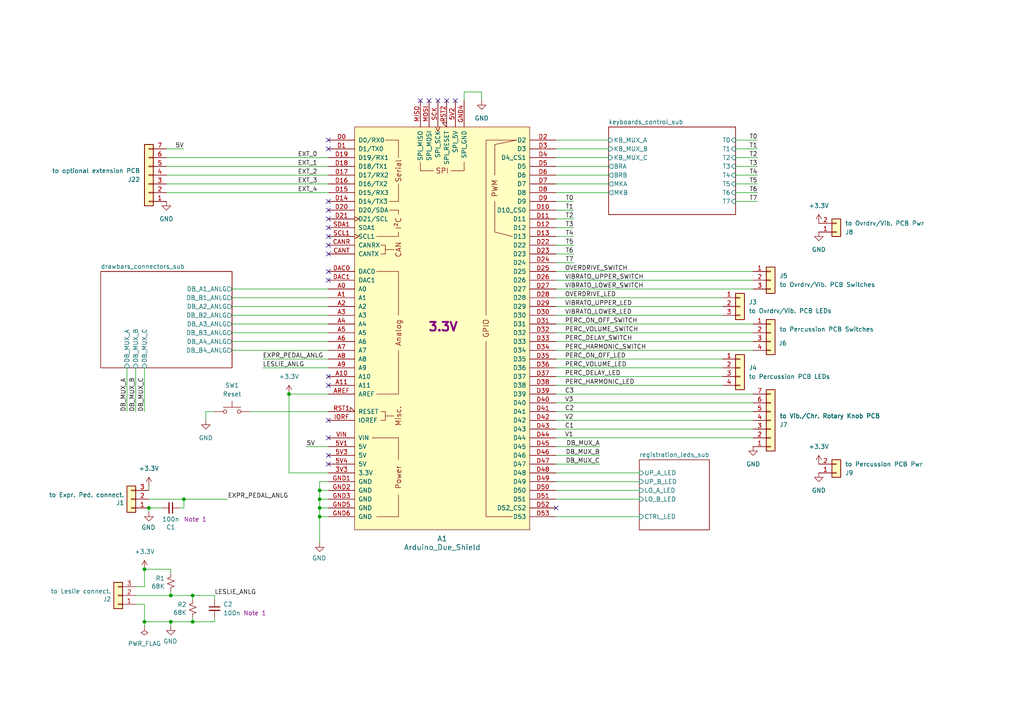
<source format=kicad_sch>
(kicad_sch (version 20250114) (generator "eeschema") (generator_version "9.0")
  (paper "A4")
  (title_block (title "B3 Mother Board with Arduino Due") (date "2025-07-28") (rev "1.0") (company "Picherie") (comment 1 "Note 1 : to be placed very close to A1 analog pin"))
  (lib_symbols
    (symbol "Connector_Generic:Conn_01x02" (pin_names (offset 1.016) (hide yes))
      (property "Reference" "J" (at 0 2.54 0))
      (property "Value" "Conn_01x02" (at 0 -5.08 0))
      (symbol "Conn_01x02_1_1"
        (rectangle (start -1.27 1.27) (end 1.27 -3.81) (stroke (width 0.254)) (fill (type background)))
        (rectangle (start -1.27 0.127) (end 0 -0.127) (stroke (width 0.1524)))
        (rectangle (start -1.27 -2.413) (end 0 -2.667) (stroke (width 0.1524)))
        (pin passive line (at -5.08 0 0) (length 3.81) (name "Pin_1") (number "1"))
        (pin passive line (at -5.08 -2.54 0) (length 3.81) (name "Pin_2") (number "2"))
      )
    )
    (symbol "Connector_Generic:Conn_01x03" (pin_names (offset 1.016) (hide yes))
      (property "Reference" "J" (at 0 5.08 0))
      (property "Value" "Conn_01x03" (at 0 -5.08 0))
      (symbol "Conn_01x03_1_1"
        (rectangle (start -1.27 3.81) (end 1.27 -3.81) (stroke (width 0.254)) (fill (type background)))
        (rectangle (start -1.27 2.667) (end 0 2.413) (stroke (width 0.1524)))
        (rectangle (start -1.27 0.127) (end 0 -0.127) (stroke (width 0.1524)))
        (rectangle (start -1.27 -2.413) (end 0 -2.667) (stroke (width 0.1524)))
        (pin passive line (at -5.08 2.54 0) (length 3.81) (name "Pin_1") (number "1"))
        (pin passive line (at -5.08 0 0) (length 3.81) (name "Pin_2") (number "2"))
        (pin passive line (at -5.08 -2.54 0) (length 3.81) (name "Pin_3") (number "3"))
      )
    )
    (symbol "Connector_Generic:Conn_01x04" (pin_names (offset 1.016) (hide yes))
      (property "Reference" "J" (at 0 5.08 0))
      (property "Value" "Conn_01x04" (at 0 -7.62 0))
      (symbol "Conn_01x04_1_1"
        (rectangle (start -1.27 3.81) (end 1.27 -6.35) (stroke (width 0.254)) (fill (type background)))
        (rectangle (start -1.27 2.667) (end 0 2.413) (stroke (width 0.1524)))
        (rectangle (start -1.27 0.127) (end 0 -0.127) (stroke (width 0.1524)))
        (rectangle (start -1.27 -2.413) (end 0 -2.667) (stroke (width 0.1524)))
        (rectangle (start -1.27 -4.953) (end 0 -5.207) (stroke (width 0.1524)))
        (pin passive line (at -5.08 2.54 0) (length 3.81) (name "Pin_1") (number "1"))
        (pin passive line (at -5.08 0 0) (length 3.81) (name "Pin_2") (number "2"))
        (pin passive line (at -5.08 -2.54 0) (length 3.81) (name "Pin_3") (number "3"))
        (pin passive line (at -5.08 -5.08 0) (length 3.81) (name "Pin_4") (number "4"))
      )
    )
    (symbol "Connector_Generic:Conn_01x07" (pin_names (offset 1.016) (hide yes))
      (property "Reference" "J" (at 0 10.16 0))
      (property "Value" "Conn_01x07" (at 0 -10.16 0))
      (symbol "Conn_01x07_1_1"
        (rectangle (start -1.27 8.89) (end 1.27 -8.89) (stroke (width 0.254)) (fill (type background)))
        (rectangle (start -1.27 7.747) (end 0 7.493) (stroke (width 0.1524)))
        (rectangle (start -1.27 5.207) (end 0 4.953) (stroke (width 0.1524)))
        (rectangle (start -1.27 2.667) (end 0 2.413) (stroke (width 0.1524)))
        (rectangle (start -1.27 0.127) (end 0 -0.127) (stroke (width 0.1524)))
        (rectangle (start -1.27 -2.413) (end 0 -2.667) (stroke (width 0.1524)))
        (rectangle (start -1.27 -4.953) (end 0 -5.207) (stroke (width 0.1524)))
        (rectangle (start -1.27 -7.493) (end 0 -7.747) (stroke (width 0.1524)))
        (pin passive line (at -5.08 7.62 0) (length 3.81) (name "Pin_1") (number "1"))
        (pin passive line (at -5.08 5.08 0) (length 3.81) (name "Pin_2") (number "2"))
        (pin passive line (at -5.08 2.54 0) (length 3.81) (name "Pin_3") (number "3"))
        (pin passive line (at -5.08 0 0) (length 3.81) (name "Pin_4") (number "4"))
        (pin passive line (at -5.08 -2.54 0) (length 3.81) (name "Pin_5") (number "5"))
        (pin passive line (at -5.08 -5.08 0) (length 3.81) (name "Pin_6") (number "6"))
        (pin passive line (at -5.08 -7.62 0) (length 3.81) (name "Pin_7") (number "7"))
      )
    )
    (symbol "Device:C_Small" (pin_numbers (hide yes)) (pin_names (offset 0.254) (hide yes))
      (property "Reference" "C" (at 0.254 1.778 0))
      (property "Value" "C_Small" (at 0.254 -2.032 0))
      (symbol "C_Small_0_1"
        (polyline (pts (xy -1.524 0.508) (xy 1.524 0.508)) (stroke (width 0.3048)))
        (polyline (pts (xy -1.524 -0.508) (xy 1.524 -0.508)) (stroke (width 0.3302)))
      )
      (symbol "C_Small_1_1"
        (pin passive line (at 0 2.54 270) (length 2.032) (name "~") (number "1"))
        (pin passive line (at 0 -2.54 90) (length 2.032) (name "~") (number "2"))
      )
    )
    (symbol "Device:R_Small_US" (pin_numbers (hide yes)) (pin_names (offset 0.254) (hide yes))
      (property "Reference" "R" (at 0.762 0.508 0))
      (property "Value" "R_Small_US" (at 0.762 -1.016 0))
      (symbol "R_Small_US_1_1"
        (polyline (pts (xy 0 1.524) (xy 1.016 1.143) (xy 0 0.762) (xy -1.016 0.381) (xy 0 0)))
        (polyline (pts (xy 0 0) (xy 1.016 -0.381) (xy 0 -0.762) (xy -1.016 -1.143) (xy 0 -1.524)))
        (pin passive line (at 0 2.54 270) (length 1.016) (name "~") (number "1"))
        (pin passive line (at 0 -2.54 90) (length 1.016) (name "~") (number "2"))
      )
    )
    (symbol "PCM_arduino-library:Arduino_Due_Shield" (pin_names (offset 1.016))
      (property "Reference" "A1" (at 0 -60.96 0))
      (property "Value" "Arduino_Due_Shield" (at 0 -63.5 0))
      (property "Voltage" "3.3V" (at 0.254 0.508 0))
      (symbol "Arduino_Due_Shield_0_0"
        (rectangle (start -25.4 -58.42) (end 25.4 58.42) (fill (type background)))
        (rectangle (start -20.32 -31.75) (end -12.7 -31.75))
        (rectangle (start -19.05 26.67) (end -12.7 26.67))
        (rectangle (start -19.05 16.51) (end -12.7 16.51))
        (rectangle (start -19.05 -19.05) (end -12.7 -19.05))
        (rectangle (start -19.05 -54.61) (end -12.7 -54.61))
        (rectangle (start -17.78 24.13) (end -16.51 24.13))
        (rectangle (start -17.78 21.59) (end -16.51 21.59))
        (rectangle (start -17.78 -24.13) (end -16.51 -24.13))
        (rectangle (start -17.78 -26.67) (end -16.51 -26.67))
        (rectangle (start -16.51 54.61) (end -12.7 54.61))
        (rectangle (start -16.51 24.13) (end -16.51 21.59))
        (rectangle (start -16.51 22.86) (end -13.97 22.86))
        (rectangle (start -16.51 -24.13) (end -16.51 -26.67))
        (rectangle (start -16.51 -25.4) (end -13.97 -25.4))
        (rectangle (start -15.24 36.83) (end -12.7 36.83))
        (rectangle (start -15.24 34.29) (end -12.7 34.29))
        (rectangle (start -12.7 49.53) (end -12.7 54.61))
        (rectangle (start -12.7 41.91) (end -12.7 36.83))
        (rectangle (start -12.7 34.29) (end -12.7 33.02))
        (rectangle (start -12.7 26.67) (end -12.7 27.94))
        (rectangle (start -12.7 16.51) (end -12.7 3.81))
        (rectangle (start -12.7 -6.35) (end -12.7 -19.05))
        (rectangle (start -12.7 -31.75) (end -12.7 -38.1))
        (rectangle (start -12.7 -54.61) (end -12.7 -48.26))
        (rectangle (start -6.35 48.26) (end -6.35 45.72))
        (rectangle (start -2.54 45.72) (end -6.35 45.72))
        (rectangle (start 6.35 48.26) (end 6.35 45.72))
        (rectangle (start 6.35 45.72) (end 2.54 45.72))
        (polyline (pts (xy 12.7 -54.61) (xy 20.32 -54.61)))
        (polyline (pts (xy 15.24 44.45) (xy 15.24 53.34) (xy 21.59 54.61)))
        (polyline (pts (xy 20.32 26.67) (xy 15.24 27.94) (xy 15.24 36.83)))
        (polyline (pts (xy 21.59 54.61) (xy 12.7 54.61)))
        (text "Serial" (at -12.7 45.72 900) (effects (font (size 1.524 1.524))))
        (text "I²C" (at -12.7 30.48 900) (effects (font (size 1.524 1.524))))
        (text "CAN" (at -12.7 22.86 900) (effects (font (size 1.524 1.524))))
        (text "Analog" (at -12.7 -1.27 900) (effects (font (size 1.524 1.524))))
        (text "Misc." (at -12.7 -25.4 900) (effects (font (size 1.524 1.524))))
        (text "Power" (at -12.7 -43.18 900) (effects (font (size 1.524 1.524))))
        (text "SPI" (at 0 45.72 0) (effects (font (size 1.524 1.524))))
        (text "PWM" (at 15.24 40.64 900) (effects (font (size 1.524 1.524))))
      )
      (symbol "Arduino_Due_Shield_1_0"
        (rectangle (start 12.7 54.61) (end 12.7 3.81))
        (rectangle (start 12.7 -54.61) (end 12.7 -3.81))
        (text "GPIO" (at 12.7 0 900) (effects (font (size 1.524 1.524))))
      )
      (symbol "Arduino_Due_Shield_1_1"
        (pin bidirectional line (at -33.02 54.61 0) (length 7.62) (name "D0/RX0") (number "D0"))
        (pin bidirectional line (at -33.02 52.07 0) (length 7.62) (name "D1/TX0") (number "D1"))
        (pin bidirectional line (at -33.02 49.53 0) (length 7.62) (name "D19/RX1") (number "D19"))
        (pin bidirectional line (at -33.02 46.99 0) (length 7.62) (name "D18/TX1") (number "D18"))
        (pin bidirectional line (at -33.02 44.45 0) (length 7.62) (name "D17/RX2") (number "D17"))
        (pin bidirectional line (at -33.02 41.91 0) (length 7.62) (name "D16/TX2") (number "D16"))
        (pin bidirectional line (at -33.02 39.37 0) (length 7.62) (name "D15/RX3") (number "D15"))
        (pin bidirectional line (at -33.02 36.83 0) (length 7.62) (name "D14/TX3") (number "D14"))
        (pin bidirectional line (at -33.02 34.29 0) (length 7.62) (name "D20/SDA") (number "D20"))
        (pin bidirectional clock (at -33.02 31.75 0) (length 7.62) (name "D21/SCL") (number "D21"))
        (pin bidirectional line (at -33.02 29.21 0) (length 7.62) (name "SDA1") (number "SDA1"))
        (pin bidirectional clock (at -33.02 26.67 0) (length 7.62) (name "SCL1") (number "SCL1"))
        (pin bidirectional line (at -33.02 24.13 0) (length 7.62) (name "CANRX") (number "CANR"))
        (pin bidirectional line (at -33.02 21.59 0) (length 7.62) (name "CANTX") (number "CANT"))
        (pin bidirectional line (at -33.02 16.51 0) (length 7.62) (name "DAC0") (number "DAC0"))
        (pin bidirectional line (at -33.02 13.97 0) (length 7.62) (name "DAC1") (number "DAC1"))
        (pin bidirectional line (at -33.02 11.43 0) (length 7.62) (name "A0") (number "A0"))
        (pin bidirectional line (at -33.02 8.89 0) (length 7.62) (name "A1") (number "A1"))
        (pin bidirectional line (at -33.02 6.35 0) (length 7.62) (name "A2") (number "A2"))
        (pin bidirectional line (at -33.02 3.81 0) (length 7.62) (name "A3") (number "A3"))
        (pin bidirectional line (at -33.02 1.27 0) (length 7.62) (name "A4") (number "A4"))
        (pin bidirectional line (at -33.02 -1.27 0) (length 7.62) (name "A5") (number "A5"))
        (pin bidirectional line (at -33.02 -3.81 0) (length 7.62) (name "A6") (number "A6"))
        (pin bidirectional line (at -33.02 -6.35 0) (length 7.62) (name "A7") (number "A7"))
        (pin bidirectional line (at -33.02 -8.89 0) (length 7.62) (name "A8") (number "A8"))
        (pin bidirectional line (at -33.02 -11.43 0) (length 7.62) (name "A9") (number "A9"))
        (pin bidirectional line (at -33.02 -13.97 0) (length 7.62) (name "A10") (number "A10"))
        (pin bidirectional line (at -33.02 -16.51 0) (length 7.62) (name "A11") (number "A11"))
        (pin input line (at -33.02 -19.05 0) (length 7.62) (name "AREF") (number "AREF"))
        (pin open_collector input_low (at -33.02 -24.13 0) (length 7.62) (name "RESET") (number "RST1"))
        (pin output line (at -33.02 -26.67 0) (length 7.62) (name "IOREF") (number "IORF"))
        (pin power_in line (at -33.02 -31.75 0) (length 7.62) (name "VIN") (number "VIN"))
        (pin power_out line (at -33.02 -34.29 0) (length 7.62) (name "5V") (number "5V1"))
        (pin power_out line (at -33.02 -36.83 0) (length 7.62) (name "5V") (number "5V3"))
        (pin power_out line (at -33.02 -39.37 0) (length 7.62) (name "5V") (number "5V4"))
        (pin power_out line (at -33.02 -41.91 0) (length 7.62) (name "3.3V") (number "3V3"))
        (pin power_in line (at -33.02 -44.45 0) (length 7.62) (name "GND") (number "GND1"))
        (pin power_in line (at -33.02 -46.99 0) (length 7.62) (name "GND") (number "GND2"))
        (pin power_in line (at -33.02 -49.53 0) (length 7.62) (name "GND") (number "GND3"))
        (pin power_in line (at -33.02 -52.07 0) (length 7.62) (name "GND") (number "GND5"))
        (pin power_in line (at -33.02 -54.61 0) (length 7.62) (name "GND") (number "GND6"))
        (pin input line (at -6.35 66.04 270) (length 7.62) (name "SPI_MISO") (number "MISO"))
        (pin output line (at -3.81 66.04 270) (length 7.62) (name "SPI_MOSI") (number "MOSI"))
        (pin output clock (at -1.27 66.04 270) (length 7.62) (name "SPI_SCK") (number "SCK"))
        (pin open_collector input_low (at 1.27 66.04 270) (length 7.62) (name "SPI_RESET") (number "RST2"))
        (pin power_out line (at 3.81 66.04 270) (length 7.62) (name "SPI_5V") (number "5V2"))
        (pin power_in line (at 6.35 66.04 270) (length 7.62) (name "SPI_GND") (number "GND4"))
        (pin bidirectional line (at 33.02 54.61 180) (length 7.62) (name "D2") (number "D2"))
        (pin bidirectional line (at 33.02 52.07 180) (length 7.62) (name "D3") (number "D3"))
        (pin bidirectional line (at 33.02 49.53 180) (length 7.62) (name "D4_CS1") (number "D4"))
        (pin bidirectional line (at 33.02 46.99 180) (length 7.62) (name "D5") (number "D5"))
        (pin bidirectional line (at 33.02 44.45 180) (length 7.62) (name "D6") (number "D6"))
        (pin bidirectional line (at 33.02 41.91 180) (length 7.62) (name "D7") (number "D7"))
        (pin bidirectional line (at 33.02 39.37 180) (length 7.62) (name "D8") (number "D8"))
        (pin bidirectional line (at 33.02 36.83 180) (length 7.62) (name "D9") (number "D9"))
        (pin bidirectional line (at 33.02 34.29 180) (length 7.62) (name "D10_CS0") (number "D10"))
        (pin bidirectional line (at 33.02 31.75 180) (length 7.62) (name "D11") (number "D11"))
        (pin bidirectional line (at 33.02 29.21 180) (length 7.62) (name "D12") (number "D12"))
        (pin bidirectional line (at 33.02 26.67 180) (length 7.62) (name "D13") (number "D13"))
        (pin bidirectional line (at 33.02 24.13 180) (length 7.62) (name "D22") (number "D22"))
        (pin bidirectional line (at 33.02 21.59 180) (length 7.62) (name "D23") (number "D23"))
        (pin bidirectional line (at 33.02 19.05 180) (length 7.62) (name "D24") (number "D24"))
        (pin bidirectional line (at 33.02 16.51 180) (length 7.62) (name "D25") (number "D25"))
        (pin bidirectional line (at 33.02 13.97 180) (length 7.62) (name "D26") (number "D26"))
        (pin bidirectional line (at 33.02 11.43 180) (length 7.62) (name "D27") (number "D27"))
        (pin bidirectional line (at 33.02 8.89 180) (length 7.62) (name "D28") (number "D28"))
        (pin bidirectional line (at 33.02 6.35 180) (length 7.62) (name "D29") (number "D29"))
        (pin bidirectional line (at 33.02 3.81 180) (length 7.62) (name "D30") (number "D30"))
        (pin bidirectional line (at 33.02 1.27 180) (length 7.62) (name "D31") (number "D31"))
        (pin bidirectional line (at 33.02 -1.27 180) (length 7.62) (name "D32") (number "D32"))
        (pin bidirectional line (at 33.02 -3.81 180) (length 7.62) (name "D33") (number "D33"))
        (pin bidirectional line (at 33.02 -6.35 180) (length 7.62) (name "D34") (number "D34"))
        (pin bidirectional line (at 33.02 -8.89 180) (length 7.62) (name "D35") (number "D35"))
        (pin bidirectional line (at 33.02 -11.43 180) (length 7.62) (name "D36") (number "D36"))
        (pin bidirectional line (at 33.02 -13.97 180) (length 7.62) (name "D37") (number "D37"))
        (pin bidirectional line (at 33.02 -16.51 180) (length 7.62) (name "D38") (number "D38"))
        (pin bidirectional line (at 33.02 -19.05 180) (length 7.62) (name "D39") (number "D39"))
        (pin bidirectional line (at 33.02 -21.59 180) (length 7.62) (name "D40") (number "D40"))
        (pin bidirectional line (at 33.02 -24.13 180) (length 7.62) (name "D41") (number "D41"))
        (pin bidirectional line (at 33.02 -26.67 180) (length 7.62) (name "D42") (number "D42"))
        (pin bidirectional line (at 33.02 -29.21 180) (length 7.62) (name "D43") (number "D43"))
        (pin bidirectional line (at 33.02 -31.75 180) (length 7.62) (name "D44") (number "D44"))
        (pin bidirectional line (at 33.02 -34.29 180) (length 7.62) (name "D45") (number "D45"))
        (pin bidirectional line (at 33.02 -36.83 180) (length 7.62) (name "D46") (number "D46"))
        (pin bidirectional line (at 33.02 -39.37 180) (length 7.62) (name "D47") (number "D47"))
        (pin bidirectional line (at 33.02 -41.91 180) (length 7.62) (name "D48") (number "D48"))
        (pin bidirectional line (at 33.02 -44.45 180) (length 7.62) (name "D49") (number "D49"))
        (pin bidirectional line (at 33.02 -46.99 180) (length 7.62) (name "D50") (number "D50"))
        (pin bidirectional line (at 33.02 -49.53 180) (length 7.62) (name "D51") (number "D51"))
        (pin bidirectional line (at 33.02 -52.07 180) (length 7.62) (name "D52_CS2") (number "D52"))
        (pin bidirectional line (at 33.02 -54.61 180) (length 7.62) (name "D53") (number "D53"))
      )
    )
    (symbol "Switch:SW_Push" (pin_numbers (hide yes)) (pin_names (offset 1.016) (hide yes))
      (property "Reference" "SW" (at 1.27 2.54 0))
      (property "Value" "SW_Push" (at 0 -1.524 0))
      (symbol "SW_Push_0_1"
        (circle (center -2.032 0) (radius 0.508))
        (polyline (pts (xy 0 1.27) (xy 0 3.048)))
        (circle (center 2.032 0) (radius 0.508))
        (polyline (pts (xy 2.54 1.27) (xy -2.54 1.27)))
        (pin passive line (at -5.08 0 0) (length 2.54) (name "1") (number "1"))
        (pin passive line (at 5.08 0 180) (length 2.54) (name "2") (number "2"))
      )
    )
    (symbol "power:+3.3V" (power) (pin_numbers (hide yes)) (pin_names (offset 0) (hide yes))
      (property "Value" "+3.3V" (at 0 3.556 0))
      (symbol "+3.3V_0_1"
        (polyline (pts (xy -0.762 1.27) (xy 0 2.54)))
        (polyline (pts (xy 0 2.54) (xy 0.762 1.27)))
        (polyline (pts (xy 0 0) (xy 0 2.54)))
      )
      (symbol "+3.3V_1_1"
        (pin power_in line (at 0 0 90) (length 0) (name "~") (number "1"))
      )
    )
    (symbol "power:GND" (power) (pin_numbers (hide yes)) (pin_names (offset 0) (hide yes))
      (property "Value" "GND" (at 0 -3.81 0))
      (symbol "GND_0_1"
        (polyline (pts (xy 0 0) (xy 0 -1.27) (xy 1.27 -1.27) (xy 0 -2.54) (xy -1.27 -1.27) (xy 0 -1.27)))
      )
      (symbol "GND_1_1"
        (pin power_in line (at 0 0 270) (length 0) (name "~") (number "1"))
      )
    )
    (symbol "power:PWR_FLAG" (power) (pin_numbers (hide yes)) (pin_names (offset 0) (hide yes))
      (property "Value" "PWR_FLAG" (at 0 3.81 0))
      (symbol "PWR_FLAG_0_0"
        (pin power_out line (at 0 0 90) (length 0) (name "~") (number "1"))
      )
      (symbol "PWR_FLAG_0_1"
        (polyline (pts (xy 0 0) (xy 0 1.27) (xy -1.016 1.905) (xy 0 2.54) (xy 1.016 1.905) (xy 0 1.27)))
      )
    )
  )
  (junction (at 92.71 144.78))
  (junction (at 92.71 142.24))
  (junction (at 83.82 114.3))
  (junction (at 49.53 180.34))
  (junction (at 55.88 180.34))
  (junction (at 92.71 147.32))
  (junction (at 53.34 144.78))
  (junction (at 43.18 147.32))
  (junction (at 41.91 165.1))
  (junction (at 55.88 172.72))
  (junction (at 41.91 180.34))
  (junction (at 92.71 149.86))
  (junction (at 49.53 172.72))
  (no_connect (at 132.08 29.21))
  (no_connect (at 95.25 127))
  (no_connect (at 95.25 66.04))
  (no_connect (at 161.29 147.32))
  (no_connect (at 95.25 71.12))
  (no_connect (at 95.25 40.64))
  (no_connect (at 95.25 132.08))
  (no_connect (at 95.25 60.96))
  (no_connect (at 129.54 29.21))
  (no_connect (at 95.25 43.18))
  (no_connect (at 95.25 68.58))
  (no_connect (at 127 29.21))
  (no_connect (at 95.25 73.66))
  (no_connect (at 95.25 58.42))
  (no_connect (at 95.25 121.92))
  (no_connect (at 95.25 109.22))
  (no_connect (at 95.25 78.74))
  (no_connect (at 124.46 29.21))
  (no_connect (at 95.25 63.5))
  (no_connect (at 121.92 29.21))
  (no_connect (at 95.25 134.62))
  (no_connect (at 95.25 111.76))
  (no_connect (at 95.25 81.28))
  (wire (pts (xy 161.29 139.7) (xy 185.42 139.7)))
  (wire (pts (xy 161.29 142.24) (xy 185.42 142.24)))
  (wire (pts (xy 92.71 144.78) (xy 92.71 147.32)))
  (wire (pts (xy 67.31 96.52) (xy 95.25 96.52)))
  (wire (pts (xy 161.29 68.58) (xy 166.37 68.58)))
  (wire (pts (xy 55.88 180.34) (xy 62.23 180.34)))
  (wire (pts (xy 213.36 43.18) (xy 219.71 43.18)))
  (wire (pts (xy 139.7 26.67) (xy 139.7 29.21)))
  (wire (pts (xy 67.31 93.98) (xy 95.25 93.98)))
  (wire (pts (xy 76.2 106.68) (xy 95.25 106.68)))
  (wire (pts (xy 161.29 86.36) (xy 209.55 86.36)))
  (wire (pts (xy 161.29 91.44) (xy 209.55 91.44)))
  (wire (pts (xy 161.29 88.9) (xy 209.55 88.9)))
  (wire (pts (xy 72.39 119.38) (xy 95.25 119.38)))
  (wire (pts (xy 49.53 171.45) (xy 49.53 172.72)))
  (wire (pts (xy 43.18 140.97) (xy 43.18 142.24)))
  (wire (pts (xy 92.71 142.24) (xy 92.71 144.78)))
  (wire (pts (xy 213.36 48.26) (xy 219.71 48.26)))
  (wire (pts (xy 76.2 104.14) (xy 95.25 104.14)))
  (wire (pts (xy 48.26 55.88) (xy 95.25 55.88)))
  (wire (pts (xy 48.26 48.26) (xy 95.25 48.26)))
  (wire (pts (xy 83.82 114.3) (xy 95.25 114.3)))
  (wire (pts (xy 48.26 43.18) (xy 53.34 43.18)))
  (wire (pts (xy 161.29 55.88) (xy 176.53 55.88)))
  (wire (pts (xy 213.36 55.88) (xy 219.71 55.88)))
  (wire (pts (xy 43.18 148.59) (xy 43.18 147.32)))
  (wire (pts (xy 62.23 180.34) (xy 62.23 179.07)))
  (wire (pts (xy 161.29 76.2) (xy 166.37 76.2)))
  (wire (pts (xy 67.31 101.6) (xy 95.25 101.6)))
  (wire (pts (xy 62.23 119.38) (xy 59.69 119.38)))
  (wire (pts (xy 49.53 181.61) (xy 49.53 180.34)))
  (wire (pts (xy 161.29 40.64) (xy 176.53 40.64)))
  (wire (pts (xy 161.29 93.98) (xy 218.44 93.98)))
  (wire (pts (xy 161.29 99.06) (xy 218.44 99.06)))
  (wire (pts (xy 49.53 172.72) (xy 55.88 172.72)))
  (wire (pts (xy 48.26 50.8) (xy 95.25 50.8)))
  (wire (pts (xy 161.29 116.84) (xy 218.44 116.84)))
  (wire (pts (xy 52.07 147.32) (xy 53.34 147.32)))
  (wire (pts (xy 48.26 53.34) (xy 95.25 53.34)))
  (wire (pts (xy 161.29 60.96) (xy 166.37 60.96)))
  (wire (pts (xy 36.83 106.68) (xy 36.83 119.38)))
  (wire (pts (xy 161.29 104.14) (xy 209.55 104.14)))
  (wire (pts (xy 66.04 144.78) (xy 53.34 144.78)))
  (wire (pts (xy 161.29 101.6) (xy 218.44 101.6)))
  (wire (pts (xy 48.26 45.72) (xy 95.25 45.72)))
  (wire (pts (xy 161.29 134.62) (xy 173.99 134.62)))
  (wire (pts (xy 161.29 129.54) (xy 173.99 129.54)))
  (wire (pts (xy 59.69 119.38) (xy 59.69 121.92)))
  (wire (pts (xy 161.29 63.5) (xy 166.37 63.5)))
  (wire (pts (xy 161.29 109.22) (xy 209.55 109.22)))
  (wire (pts (xy 92.71 139.7) (xy 92.71 142.24)))
  (wire (pts (xy 161.29 73.66) (xy 166.37 73.66)))
  (wire (pts (xy 67.31 88.9) (xy 95.25 88.9)))
  (wire (pts (xy 49.53 165.1) (xy 49.53 166.37)))
  (wire (pts (xy 161.29 71.12) (xy 166.37 71.12)))
  (wire (pts (xy 39.37 106.68) (xy 39.37 119.38)))
  (wire (pts (xy 213.36 58.42) (xy 219.71 58.42)))
  (wire (pts (xy 161.29 81.28) (xy 218.44 81.28)))
  (wire (pts (xy 134.62 26.67) (xy 139.7 26.67)))
  (wire (pts (xy 161.29 132.08) (xy 173.99 132.08)))
  (wire (pts (xy 62.23 172.72) (xy 62.23 173.99)))
  (wire (pts (xy 92.71 149.86) (xy 95.25 149.86)))
  (wire (pts (xy 39.37 172.72) (xy 49.53 172.72)))
  (wire (pts (xy 161.29 137.16) (xy 185.42 137.16)))
  (wire (pts (xy 67.31 86.36) (xy 95.25 86.36)))
  (wire (pts (xy 161.29 48.26) (xy 176.53 48.26)))
  (wire (pts (xy 161.29 66.04) (xy 166.37 66.04)))
  (wire (pts (xy 213.36 50.8) (xy 219.71 50.8)))
  (wire (pts (xy 53.34 144.78) (xy 53.34 147.32)))
  (wire (pts (xy 55.88 172.72) (xy 62.23 172.72)))
  (wire (pts (xy 161.29 106.68) (xy 209.55 106.68)))
  (wire (pts (xy 41.91 175.26) (xy 41.91 180.34)))
  (wire (pts (xy 55.88 173.99) (xy 55.88 172.72)))
  (wire (pts (xy 161.29 43.18) (xy 176.53 43.18)))
  (wire (pts (xy 161.29 58.42) (xy 166.37 58.42)))
  (wire (pts (xy 43.18 144.78) (xy 53.34 144.78)))
  (wire (pts (xy 41.91 180.34) (xy 49.53 180.34)))
  (wire (pts (xy 161.29 78.74) (xy 218.44 78.74)))
  (wire (pts (xy 161.29 83.82) (xy 218.44 83.82)))
  (wire (pts (xy 41.91 181.61) (xy 41.91 180.34)))
  (wire (pts (xy 213.36 53.34) (xy 219.71 53.34)))
  (wire (pts (xy 67.31 99.06) (xy 95.25 99.06)))
  (wire (pts (xy 161.29 53.34) (xy 176.53 53.34)))
  (wire (pts (xy 67.31 83.82) (xy 95.25 83.82)))
  (wire (pts (xy 161.29 127) (xy 218.44 127)))
  (wire (pts (xy 161.29 149.86) (xy 185.42 149.86)))
  (wire (pts (xy 161.29 50.8) (xy 176.53 50.8)))
  (wire (pts (xy 161.29 144.78) (xy 185.42 144.78)))
  (wire (pts (xy 83.82 114.3) (xy 83.82 137.16)))
  (wire (pts (xy 161.29 96.52) (xy 218.44 96.52)))
  (wire (pts (xy 41.91 106.68) (xy 41.91 119.38)))
  (wire (pts (xy 92.71 147.32) (xy 95.25 147.32)))
  (wire (pts (xy 41.91 170.18) (xy 41.91 165.1)))
  (wire (pts (xy 92.71 139.7) (xy 95.25 139.7)))
  (wire (pts (xy 161.29 119.38) (xy 218.44 119.38)))
  (wire (pts (xy 161.29 121.92) (xy 218.44 121.92)))
  (wire (pts (xy 161.29 45.72) (xy 176.53 45.72)))
  (wire (pts (xy 92.71 144.78) (xy 95.25 144.78)))
  (wire (pts (xy 92.71 142.24) (xy 95.25 142.24)))
  (wire (pts (xy 213.36 45.72) (xy 219.71 45.72)))
  (wire (pts (xy 55.88 179.07) (xy 55.88 180.34)))
  (wire (pts (xy 92.71 147.32) (xy 92.71 149.86)))
  (wire (pts (xy 88.9 129.54) (xy 95.25 129.54)))
  (wire (pts (xy 161.29 111.76) (xy 209.55 111.76)))
  (wire (pts (xy 83.82 137.16) (xy 95.25 137.16)))
  (wire (pts (xy 39.37 170.18) (xy 41.91 170.18)))
  (wire (pts (xy 41.91 165.1) (xy 49.53 165.1)))
  (wire (pts (xy 67.31 91.44) (xy 95.25 91.44)))
  (wire (pts (xy 134.62 29.21) (xy 134.62 26.67)))
  (wire (pts (xy 213.36 40.64) (xy 219.71 40.64)))
  (wire (pts (xy 92.71 149.86) (xy 92.71 157.48)))
  (wire (pts (xy 43.18 147.32) (xy 46.99 147.32)))
  (wire (pts (xy 161.29 124.46) (xy 218.44 124.46)))
  (wire (pts (xy 49.53 180.34) (xy 55.88 180.34)))
  (wire (pts (xy 39.37 175.26) (xy 41.91 175.26)))
  (wire (pts (xy 161.29 114.3) (xy 218.44 114.3)))
  (label "T1" (at 219.71 43.18 180))
  (label "T7" (at 219.71 58.42 180))
  (label "V1" (at 163.83 127 0))
  (label "LESLIE_ANLG" (at 76.2 106.68 0))
  (label "T2" (at 219.71 45.72 180))
  (label "PERC_ON_OFF_SWITCH" (at 163.83 93.98 0))
  (label "OVERDRIVE_LED" (at 163.83 86.36 0))
  (label "T4" (at 166.37 68.58 180))
  (label "V2" (at 163.83 121.92 0))
  (label "PERC_HARMONIC_LED" (at 163.83 111.76 0))
  (label "DB_MUX_C" (at 173.99 134.62 180))
  (label "VIBRATO_LOWER_SWITCH" (at 163.83 83.82 0))
  (label "T6" (at 219.71 55.88 180))
  (label "DB_MUX_A" (at 173.99 129.54 180))
  (label "EXPR_PEDAL_ANLG" (at 66.04 144.78 0))
  (label "PERC_HARMONIC_SWITCH" (at 163.83 101.6 0))
  (label "OVERDRIVE_SWITCH" (at 163.83 78.74 0))
  (label "EXT_0" (at 86.36 45.72 0))
  (label "C2" (at 163.83 119.38 0))
  (label "T5" (at 219.71 53.34 180))
  (label "EXT_2" (at 86.36 50.8 0))
  (label "T7" (at 166.37 76.2 180))
  (label "C3" (at 163.83 114.3 0))
  (label "T2" (at 166.37 63.5 180))
  (label "T4" (at 219.71 50.8 180))
  (label "T3" (at 166.37 66.04 180))
  (label "VIBRATO_LOWER_LED" (at 163.83 91.44 0))
  (label "EXT_4" (at 86.36 55.88 0))
  (label "V3" (at 163.83 116.84 0))
  (label "T6" (at 166.37 73.66 180))
  (label "EXT_1" (at 86.36 48.26 0))
  (label "EXT_3" (at 86.36 53.34 0))
  (label "PERC_VOLUME_LED" (at 163.83 106.68 0))
  (label "DB_MUX_A" (at 36.83 119.38 90))
  (label "T0" (at 219.71 40.64 180))
  (label "C1" (at 163.83 124.46 0))
  (label "T5" (at 166.37 71.12 180))
  (label "VIBRATO_UPPER_LED" (at 163.83 88.9 0))
  (label "LESLIE_ANLG" (at 62.23 172.72 0))
  (label "T0" (at 166.37 58.42 180))
  (label "PERC_VOLUME_SWITCH" (at 163.83 96.52 0))
  (label "PERC_DELAY_SWITCH" (at 163.83 99.06 0))
  (label "T3" (at 219.71 48.26 180))
  (label "VIBRATO_UPPER_SWITCH" (at 163.83 81.28 0))
  (label "5V" (at 53.34 43.18 180))
  (label "DB_MUX_C" (at 41.91 119.38 90))
  (label "T1" (at 166.37 60.96 180))
  (label "DB_MUX_B" (at 173.99 132.08 180))
  (label "PERC_ON_OFF_LED" (at 163.83 104.14 0))
  (label "DB_MUX_B" (at 39.37 119.38 90))
  (label "PERC_DELAY_LED" (at 163.83 109.22 0))
  (label "5V" (at 88.9 129.54 0))
  (label "EXPR_PEDAL_ANLG" (at 76.2 104.14 0))
  (symbol (lib_id "PCM_arduino-library:Arduino_Due_Shield") (at 128.27 95.25 0) (unit 1)
    (property "Reference" "A1" (at 128.27 156.21 0) (effects (font (size 1.524 1.524))))
    (property "Value" "Arduino_Due_Shield" (at 128.27 158.75 0) (effects (font (size 1.524 1.524))))
    (property "Footprint" "PCM_arduino-library:Arduino_Due_Shield" (effects (hide yes)))
    (property "Datasheet" "https://docs.arduino.cc/hardware/due" (effects (hide yes)))
    (property "Description" "Shield for Arduino Due" (effects (hide yes)))
    (property "Voltage" "3.3V" (at 128.524 94.742 0) (effects (font (size 2.54 2.54) (thickness 0.508) (bold yes))))
  )
  (symbol (lib_id "Connector_Generic:Conn_01x03") (at 223.52 81.28 0) (unit 1)
    (property "Reference" "J5" (at 226.06 80.0099 0) (effects (justify left)))
    (property "Value" "to Ovrdrv/Vib. PCB Switches" (at 226.06 82.5499 0) (effects (justify left)))
    (property "Footprint" "Connector_JST:JST_XH_B3B-XH-A_1x03_P2.50mm_Vertical" (effects (hide yes)))
    (property "Description" "Generic connector, single row, 01x03, script generated (kicad-library-utils/schlib/autogen/connector/)" (effects (hide yes)))
  )
  (symbol (lib_id "power:GND") (at 92.71 157.48 0) (mirror y) (unit 1)
    (property "Reference" "#PWR08" (effects (hide yes)))
    (property "Value" "GND" (at 92.583 161.8742 0))
    (property "Description" "Power symbol creates a global label with name \"GND\" , ground" (effects (hide yes)))
  )
  (symbol (lib_id "power:+3.3V") (at 83.82 114.3 0) (unit 1)
    (property "Reference" "#PWR06" (effects (hide yes)))
    (property "Value" "+3.3V" (at 83.82 109.22 0))
    (property "Description" "Power symbol creates a global label with name \"+3.3V\"" (effects (hide yes)))
  )
  (symbol (lib_id "power:GND") (at 48.26 58.42 0) (unit 1)
    (property "Reference" "#PWR09" (effects (hide yes)))
    (property "Value" "GND" (at 48.26 63.5 0))
    (property "Description" "Power symbol creates a global label with name \"GND\" , ground" (effects (hide yes)))
  )
  (symbol (lib_id "Device:C_Small") (at 49.53 147.32 270) (mirror x) (unit 1)
    (property "Reference" "C1" (at 49.53 152.908 90))
    (property "Value" "100n" (at 49.53 150.622 90))
    (property "Footprint" "Capacitor_THT:C_Rect_L11.5mm_W4.3mm_P10.00mm_MKT" (effects (hide yes)))
    (property "Description" "Unpolarized capacitor, small symbol" (effects (hide yes)))
    (property "Note" "Note 1" (at 56.642 150.622 90))
  )
  (symbol (lib_id "Switch:SW_Push") (at 67.31 119.38 0) (unit 1)
    (property "Reference" "SW1" (at 67.31 111.76 0))
    (property "Value" "Reset" (at 67.31 114.3 0))
    (property "Footprint" "Button_Switch_THT:SW_PUSH_6mm_H4.3mm" (effects (hide yes)))
    (property "Description" "Push button switch, generic, two pins" (effects (hide yes)))
  )
  (symbol (lib_id "Connector_Generic:Conn_01x04") (at 223.52 96.52 0) (unit 1)
    (property "Reference" "J6" (at 225.806 99.568 0) (effects (justify left)))
    (property "Value" "to Percussion PCB Switches" (at 226.06 95.504 0) (effects (justify left)))
    (property "Footprint" "Connector_JST:JST_XH_B4B-XH-A_1x04_P2.50mm_Vertical" (effects (hide yes)))
    (property "Description" "Generic connector, single row, 01x04, script generated (kicad-library-utils/schlib/autogen/connector/)" (effects (hide yes)))
  )
  (symbol (lib_id "Connector_Generic:Conn_01x03") (at 214.63 88.9 0) (unit 1)
    (property "Reference" "J3" (at 217.17 87.6299 0) (effects (justify left)))
    (property "Value" "to Ovrdrv/Vib. PCB LEDs" (at 217.17 90.1699 0) (effects (justify left)))
    (property "Footprint" "Connector_JST:JST_XH_B3B-XH-A_1x03_P2.50mm_Vertical" (effects (hide yes)))
    (property "Description" "Generic connector, single row, 01x03, script generated (kicad-library-utils/schlib/autogen/connector/)" (effects (hide yes)))
  )
  (symbol (lib_id "Device:C_Small") (at 62.23 176.53 0) (unit 1)
    (property "Reference" "C2" (at 64.77 175.2662 0) (effects (justify left)))
    (property "Value" "100n" (at 64.77 177.8062 0) (effects (justify left)))
    (property "Footprint" "Capacitor_THT:C_Rect_L11.5mm_W4.3mm_P10.00mm_MKT" (effects (hide yes)))
    (property "Description" "Unpolarized capacitor, small symbol" (effects (hide yes)))
    (property "Note" "Note 1" (at 73.914 177.8 0))
  )
  (symbol (lib_id "power:+3.3V") (at 43.18 140.97 0) (unit 1)
    (property "Reference" "#PWR01" (effects (hide yes)))
    (property "Value" "+3.3V" (at 43.18 135.89 0))
    (property "Description" "Power symbol creates a global label with name \"+3.3V\"" (effects (hide yes)))
  )
  (symbol (lib_id "power:GND") (at 218.44 129.54 0) (unit 1)
    (property "Reference" "#PWR011" (effects (hide yes)))
    (property "Value" "GND" (at 218.44 134.62 0))
    (property "Description" "Power symbol creates a global label with name \"GND\" , ground" (effects (hide yes)))
  )
  (symbol (lib_id "power:GND") (at 237.49 137.16 0) (unit 1)
    (property "Reference" "#PWR015" (effects (hide yes)))
    (property "Value" "GND" (at 237.49 142.24 0))
    (property "Description" "Power symbol creates a global label with name \"GND\" , ground" (effects (hide yes)))
  )
  (symbol (lib_id "Device:R_Small_US") (at 49.53 168.91 0) (mirror y) (unit 1)
    (property "Reference" "R1" (at 47.8028 167.7416 0) (effects (justify left)))
    (property "Value" "68K" (at 47.8028 170.053 0) (effects (justify left)))
    (property "Footprint" "Resistor_THT:R_Axial_DIN0207_L6.3mm_D2.5mm_P7.62mm_Horizontal" (effects (hide yes)))
    (property "Description" "Resistor, small US symbol" (effects (hide yes)))
  )
  (symbol (lib_id "power:GND") (at 49.53 181.61 0) (mirror y) (unit 1)
    (property "Reference" "#PWR04" (effects (hide yes)))
    (property "Value" "GND" (at 49.403 186.0042 0))
    (property "Description" "Power symbol creates a global label with name \"GND\" , ground" (effects (hide yes)))
  )
  (symbol (lib_id "power:+3.3V") (at 237.49 134.62 0) (unit 1)
    (property "Reference" "#PWR014" (effects (hide yes)))
    (property "Value" "+3.3V" (at 237.49 129.54 0))
    (property "Description" "Power symbol creates a global label with name \"+3.3V\"" (effects (hide yes)))
  )
  (symbol (lib_id "Connector_Generic:Conn_01x03") (at 38.1 144.78 180) (unit 1)
    (property "Reference" "J1" (at 36.068 145.8468 0) (effects (justify left)))
    (property "Value" "to Expr. Ped. connect." (at 36.068 143.5354 0) (effects (justify left)))
    (property "Footprint" "Connector_JST:JST_XH_B3B-XH-A_1x03_P2.50mm_Vertical" (effects (hide yes)))
    (property "Description" "Generic connector, single row, 01x03, script generated (kicad-library-utils/schlib/autogen/connector/)" (effects (hide yes)))
  )
  (symbol (lib_id "power:GND") (at 43.18 148.59 0) (mirror y) (unit 1)
    (property "Reference" "#PWR02" (effects (hide yes)))
    (property "Value" "GND" (at 43.053 152.9842 0))
    (property "Description" "Power symbol creates a global label with name \"GND\" , ground" (effects (hide yes)))
  )
  (symbol (lib_id "power:GND") (at 139.7 29.21 0) (unit 1)
    (property "Reference" "#PWR010" (effects (hide yes)))
    (property "Value" "GND" (at 139.7 34.29 0))
    (property "Description" "Power symbol creates a global label with name \"GND\" , ground" (effects (hide yes)))
  )
  (symbol (lib_id "power:GND") (at 59.69 121.92 0) (unit 1)
    (property "Reference" "#PWR05" (effects (hide yes)))
    (property "Value" "GND" (at 59.69 127 0))
    (property "Description" "Power symbol creates a global label with name \"GND\" , ground" (effects (hide yes)))
  )
  (symbol (lib_id "Connector_Generic:Conn_01x04") (at 214.63 106.68 0) (unit 1)
    (property "Reference" "J4" (at 217.17 106.6799 0) (effects (justify left)))
    (property "Value" "to Percussion PCB LEDs" (at 217.17 109.2199 0) (effects (justify left)))
    (property "Footprint" "Connector_JST:JST_XH_B4B-XH-A_1x04_P2.50mm_Vertical" (effects (hide yes)))
    (property "Description" "Generic connector, single row, 01x04, script generated (kicad-library-utils/schlib/autogen/connector/)" (effects (hide yes)))
  )
  (symbol (lib_id "Connector_Generic:Conn_01x02") (at 242.57 137.16 0) (mirror x) (unit 1)
    (property "Reference" "J9" (at 245.11 137.1601 0) (effects (justify left)))
    (property "Value" "to Percussion PCB Pwr" (at 245.11 134.6201 0) (effects (font (thickness 0.1588)) (justify left)))
    (property "Footprint" "Connector_JST:JST_XH_B2B-XH-A_1x02_P2.50mm_Vertical" (effects (hide yes)))
    (property "Description" "Generic connector, single row, 01x02, script generated (kicad-library-utils/schlib/autogen/connector/)" (effects (hide yes)))
  )
  (symbol (lib_id "power:GND") (at 237.49 67.31 0) (unit 1)
    (property "Reference" "#PWR013" (effects (hide yes)))
    (property "Value" "GND" (at 237.49 72.39 0))
    (property "Description" "Power symbol creates a global label with name \"GND\" , ground" (effects (hide yes)))
  )
  (symbol (lib_id "power:PWR_FLAG") (at 41.91 181.61 0) (mirror x) (unit 1)
    (property "Reference" "#FLG02" (effects (hide yes)))
    (property "Value" "PWR_FLAG" (at 41.91 186.69 0))
    (property "Description" "Special symbol for telling ERC where power comes from" (effects (hide yes)))
  )
  (symbol (lib_id "Connector_Generic:Conn_01x07") (at 223.52 121.92 0) (mirror x) (unit 1)
    (property "Reference" "J7" (at 226.06 123.1901 0) (effects (justify left)))
    (property "Value" "to Vib./Chr. Rotary Knob PCB" (at 226.06 120.6501 0) (effects (font (thickness 0.2)) (justify left)))
    (property "Footprint" "Connector_JST:JST_XH_B7B-XH-A_1x07_P2.50mm_Vertical" (effects (hide yes)))
    (property "Description" "Generic connector, single row, 01x07, script generated (kicad-library-utils/schlib/autogen/connector/)" (effects (hide yes)))
  )
  (symbol (lib_id "Device:R_Small_US") (at 55.88 176.53 0) (mirror y) (unit 1)
    (property "Reference" "R2" (at 54.1528 175.3616 0) (effects (justify left)))
    (property "Value" "68K" (at 54.1528 177.673 0) (effects (justify left)))
    (property "Footprint" "Resistor_THT:R_Axial_DIN0207_L6.3mm_D2.5mm_P7.62mm_Horizontal" (effects (hide yes)))
    (property "Description" "Resistor, small US symbol" (effects (hide yes)))
  )
  (symbol (lib_id "power:+3.3V") (at 237.49 64.77 0) (unit 1)
    (property "Reference" "#PWR012" (effects (hide yes)))
    (property "Value" "+3.3V" (at 237.49 59.69 0))
    (property "Description" "Power symbol creates a global label with name \"+3.3V\"" (effects (hide yes)))
  )
  (symbol (lib_id "power:+3.3V") (at 41.91 165.1 0) (unit 1)
    (property "Reference" "#PWR03" (effects (hide yes)))
    (property "Value" "+3.3V" (at 41.91 160.02 0))
    (property "Description" "Power symbol creates a global label with name \"+3.3V\"" (effects (hide yes)))
  )
  (symbol (lib_id "Connector_Generic:Conn_01x03") (at 34.29 172.72 180) (unit 1)
    (property "Reference" "J2" (at 32.258 173.7868 0) (effects (justify left)))
    (property "Value" "to Leslie connect." (at 32.258 171.4754 0) (effects (justify left)))
    (property "Footprint" "Connector_JST:JST_XH_B3B-XH-A_1x03_P2.50mm_Vertical" (effects (hide yes)))
    (property "Description" "Generic connector, single row, 01x03, script generated (kicad-library-utils/schlib/autogen/connector/)" (effects (hide yes)))
  )
  (symbol (lib_id "Connector_Generic:Conn_01x07") (at 43.18 50.8 180) (unit 1)
    (property "Reference" "J22" (at 40.64 52.0701 0) (effects (justify left)))
    (property "Value" "to optional extension PCB" (at 40.64 49.5301 0) (effects (justify left)))
    (property "Footprint" "Connector_JST:JST_XH_B7B-XH-A_1x07_P2.50mm_Vertical" (effects (hide yes)))
    (property "Description" "Generic connector, single row, 01x07, script generated (kicad-library-utils/schlib/autogen/connector/)" (effects (hide yes)))
  )
  (symbol (lib_id "Connector_Generic:Conn_01x02") (at 242.57 67.31 0) (mirror x) (unit 1)
    (property "Reference" "J8" (at 245.11 67.3101 0) (effects (justify left)))
    (property "Value" "to Ovrdrv/Vib. PCB Pwr" (at 245.11 64.7701 0) (effects (justify left)))
    (property "Footprint" "Connector_JST:JST_XH_B2B-XH-A_1x02_P2.50mm_Vertical" (effects (hide yes)))
    (property "Description" "Generic connector, single row, 01x02, script generated (kicad-library-utils/schlib/autogen/connector/)" (effects (hide yes)))
  )
  (sheet (at 185.42 133.35) (size 20.32 20.32) (stroke (width 0.1524))
    (property "Sheetname" "registration_leds_sub" (at 185.42 132.6384 0) (effects (justify left bottom)))
    (property "Sheetfile" "registration_leds_sub.kicad_sch" (effects (hide yes)))
    (pin "UP_B_LED" input (at 185.42 139.7 180))
    (pin "UP_A_LED" input (at 185.42 137.16 180))
    (pin "LO_A_LED" input (at 185.42 142.24 180))
    (pin "LO_B_LED" input (at 185.42 144.78 180))
    (pin "CTRL_LED" input (at 185.42 149.86 180))
  )
  (sheet (at 29.21 78.74) (size 38.1 27.94) (stroke (width 0.1524))
    (property "Sheetname" "drawbars_connectors_sub" (at 29.21 78.0284 0) (effects (justify left bottom)))
    (property "Sheetfile" "drawbars_connectors_sub.kicad_sch" (effects (hide yes)))
    (pin "DB_MUX_B" input (at 39.37 106.68 270))
    (pin "DB_A1_ANLG" output (at 67.31 83.82 0))
    (pin "DB_MUX_A" input (at 36.83 106.68 270))
    (pin "DB_A4_ANLG" output (at 67.31 99.06 0))
    (pin "DB_A3_ANLG" output (at 67.31 93.98 0))
    (pin "DB_B1_ANLG" output (at 67.31 86.36 0))
    (pin "DB_B3_ANLG" output (at 67.31 96.52 0))
    (pin "DB_A2_ANLG" output (at 67.31 88.9 0))
    (pin "DB_MUX_C" input (at 41.91 106.68 270))
    (pin "DB_B4_ANLG" output (at 67.31 101.6 0))
    (pin "DB_B2_ANLG" output (at 67.31 91.44 0))
  )
  (sheet (at 176.53 36.83) (size 36.83 25.4) (stroke (width 0.1524))
    (property "Sheetname" "keyboards_control_sub" (at 176.53 36.1184 0) (effects (justify left bottom)))
    (property "Sheetfile" "keyboards_control_sub.kicad_sch" (effects (hide yes)))
    (pin "T4" input (at 213.36 50.8 0))
    (pin "T3" input (at 213.36 48.26 0))
    (pin "T6" input (at 213.36 55.88 0))
    (pin "T0" input (at 213.36 40.64 0))
    (pin "T2" input (at 213.36 45.72 0))
    (pin "T7" input (at 213.36 58.42 0))
    (pin "T5" input (at 213.36 53.34 0))
    (pin "T1" input (at 213.36 43.18 0))
    (pin "KB_MUX_A" input (at 176.53 40.64 180))
    (pin "KB_MUX_B" input (at 176.53 43.18 180))
    (pin "KB_MUX_C" input (at 176.53 45.72 180))
    (pin "MKB" output (at 176.53 55.88 180))
    (pin "MKA" output (at 176.53 53.34 180))
    (pin "BRB" output (at 176.53 50.8 180))
    (pin "BRA" output (at 176.53 48.26 180))
  )
)
</source>
